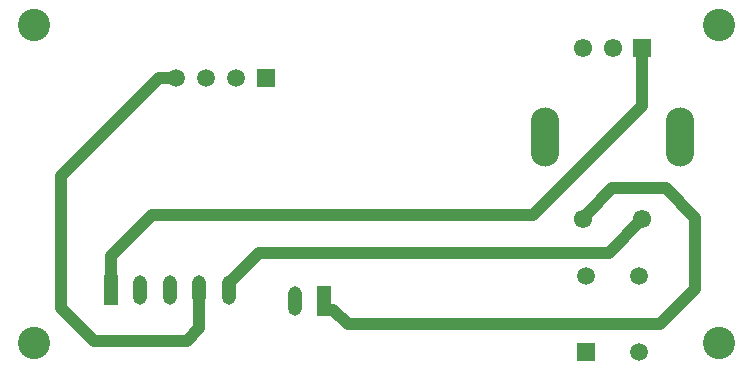
<source format=gbl>
G04*
G04 #@! TF.GenerationSoftware,Altium Limited,Altium Designer,20.2.6 (244)*
G04*
G04 Layer_Physical_Order=2*
G04 Layer_Color=16711680*
%FSLAX25Y25*%
%MOIN*%
G70*
G04*
G04 #@! TF.SameCoordinates,29AB004D-2CC8-4C0B-A097-626F2230A58D*
G04*
G04*
G04 #@! TF.FilePolarity,Positive*
G04*
G01*
G75*
%ADD19C,0.06102*%
%ADD20R,0.06102X0.06102*%
G04:AMPARAMS|DCode=21|XSize=94.49mil|YSize=196.85mil|CornerRadius=47.24mil|HoleSize=0mil|Usage=FLASHONLY|Rotation=180.000|XOffset=0mil|YOffset=0mil|HoleType=Round|Shape=RoundedRectangle|*
%AMROUNDEDRECTD21*
21,1,0.09449,0.10236,0,0,180.0*
21,1,0.00000,0.19685,0,0,180.0*
1,1,0.09449,0.00000,0.05118*
1,1,0.09449,0.00000,0.05118*
1,1,0.09449,0.00000,-0.05118*
1,1,0.09449,0.00000,-0.05118*
%
%ADD21ROUNDEDRECTD21*%
%ADD22C,0.10748*%
%ADD24C,0.03937*%
%ADD25C,0.05906*%
%ADD26R,0.05906X0.05906*%
%ADD27R,0.04724X0.09843*%
%ADD28O,0.04724X0.09843*%
%ADD29R,0.05906X0.05906*%
D19*
X214567Y59055D02*
D03*
X194882D02*
D03*
Y116142D02*
D03*
X204724D02*
D03*
D20*
X214567D02*
D03*
D21*
X227165Y86614D02*
D03*
X182283D02*
D03*
D22*
X11811Y124016D02*
D03*
X240157D02*
D03*
Y17717D02*
D03*
X11811D02*
D03*
D24*
X53599Y106299D02*
X59563D01*
X20800Y73500D02*
X53599Y106299D01*
X204600Y69400D02*
X222394D01*
X194882Y59055D02*
Y59641D01*
X195965Y60724D01*
Y60764D01*
X204600Y69400D01*
X222394D02*
X232200Y59594D01*
X220300Y24100D02*
X232200Y36000D01*
Y59594D01*
X108600Y29341D02*
Y31900D01*
Y29341D02*
X108994Y28947D01*
X116400Y24100D02*
X220300D01*
X111553Y28947D02*
X116400Y24100D01*
X108994Y28947D02*
X111553D01*
X37402Y46802D02*
X51200Y60600D01*
X178200D02*
X214567Y96967D01*
X51200Y60600D02*
X178200D01*
X214567Y96967D02*
Y116142D01*
X20800Y29700D02*
X31900Y18600D01*
X20800Y29700D02*
Y73500D01*
X31900Y18600D02*
X62700D01*
X86893Y47900D02*
X203412D01*
X76772Y37779D02*
X86893Y47900D01*
X76772Y35433D02*
Y37779D01*
X203412Y47900D02*
X214567Y59055D01*
X37402Y35433D02*
Y46802D01*
X66929Y22829D02*
Y35433D01*
X62700Y18600D02*
X66929Y22829D01*
D25*
X59055Y106299D02*
D03*
X69055D02*
D03*
X79055D02*
D03*
X213583Y14764D02*
D03*
Y40354D02*
D03*
X195866D02*
D03*
D26*
X89055Y106299D02*
D03*
D27*
X108600Y31900D02*
D03*
X37402Y35433D02*
D03*
D28*
X98757Y31900D02*
D03*
X76772Y35433D02*
D03*
X66929D02*
D03*
X57087D02*
D03*
X47244D02*
D03*
D29*
X195866Y14764D02*
D03*
M02*

</source>
